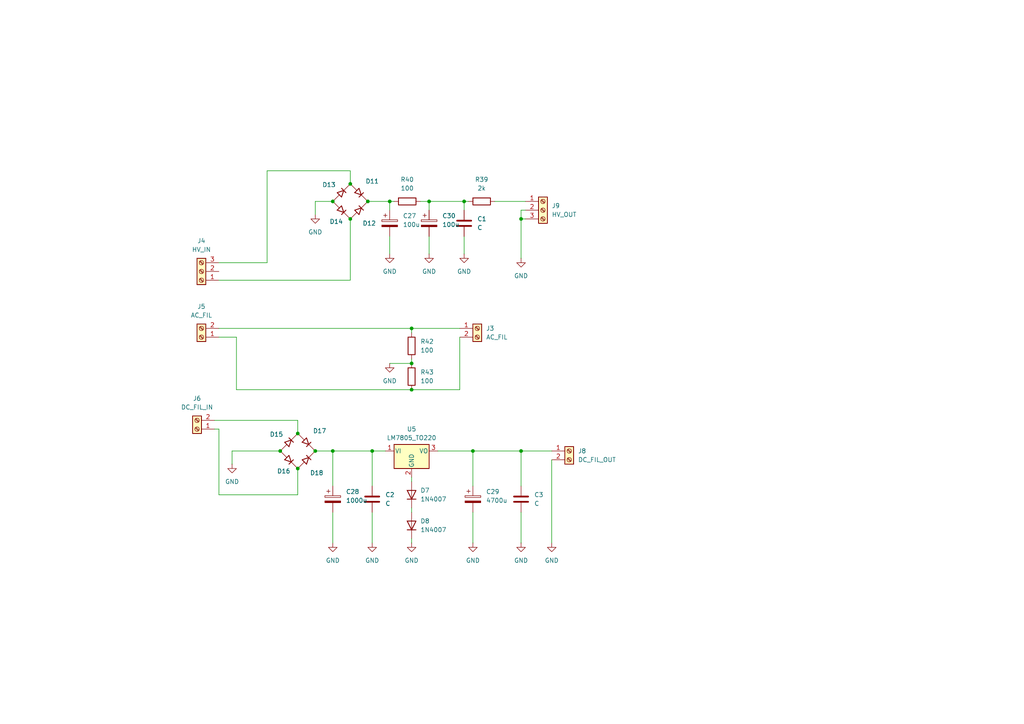
<source format=kicad_sch>
(kicad_sch (version 20250114) (generator "eeschema") (generator_version "9.0")
  (paper "A4")
  (lib_symbols
    (symbol "Connector:Screw_Terminal_01x02" (pin_names (offset 1.016) (hide yes))
      (property "Reference" "J" (at 0 2.54 0))
      (property "Value" "Screw_Terminal_01x02" (at 0 -5.08 0))
      (symbol "Screw_Terminal_01x02_1_1"
        (rectangle (start -1.27 1.27) (end 1.27 -3.81) (stroke (width 0.254)) (fill (type background)))
        (polyline (pts (xy -0.5334 0.3302) (xy 0.3302 -0.508)) (stroke (width 0.1524)))
        (polyline (pts (xy -0.5334 -2.2098) (xy 0.3302 -3.048)) (stroke (width 0.1524)))
        (polyline (pts (xy -0.3556 0.508) (xy 0.508 -0.3302)) (stroke (width 0.1524)))
        (polyline (pts (xy -0.3556 -2.032) (xy 0.508 -2.8702)) (stroke (width 0.1524)))
        (circle (center 0 0) (radius 0.635) (stroke (width 0.1524)))
        (circle (center 0 -2.54) (radius 0.635) (stroke (width 0.1524)))
        (pin passive line (at -5.08 0 0) (length 3.81) (name "Pin_1") (number "1"))
        (pin passive line (at -5.08 -2.54 0) (length 3.81) (name "Pin_2") (number "2"))
      )
    )
    (symbol "Connector:Screw_Terminal_01x03" (pin_names (offset 1.016) (hide yes))
      (property "Reference" "J" (at 0 5.08 0))
      (property "Value" "Screw_Terminal_01x03" (at 0 -5.08 0))
      (symbol "Screw_Terminal_01x03_1_1"
        (rectangle (start -1.27 3.81) (end 1.27 -3.81) (stroke (width 0.254)) (fill (type background)))
        (polyline (pts (xy -0.5334 2.8702) (xy 0.3302 2.032)) (stroke (width 0.1524)))
        (polyline (pts (xy -0.5334 0.3302) (xy 0.3302 -0.508)) (stroke (width 0.1524)))
        (polyline (pts (xy -0.5334 -2.2098) (xy 0.3302 -3.048)) (stroke (width 0.1524)))
        (polyline (pts (xy -0.3556 3.048) (xy 0.508 2.2098)) (stroke (width 0.1524)))
        (polyline (pts (xy -0.3556 0.508) (xy 0.508 -0.3302)) (stroke (width 0.1524)))
        (polyline (pts (xy -0.3556 -2.032) (xy 0.508 -2.8702)) (stroke (width 0.1524)))
        (circle (center 0 2.54) (radius 0.635) (stroke (width 0.1524)))
        (circle (center 0 0) (radius 0.635) (stroke (width 0.1524)))
        (circle (center 0 -2.54) (radius 0.635) (stroke (width 0.1524)))
        (pin passive line (at -5.08 2.54 0) (length 3.81) (name "Pin_1") (number "1"))
        (pin passive line (at -5.08 0 0) (length 3.81) (name "Pin_2") (number "2"))
        (pin passive line (at -5.08 -2.54 0) (length 3.81) (name "Pin_3") (number "3"))
      )
    )
    (symbol "Device:C" (pin_numbers (hide yes)) (pin_names (offset 0.254))
      (property "Reference" "C" (at 0.635 2.54 0))
      (property "Value" "C" (at 0.635 -2.54 0))
      (symbol "C_0_1"
        (polyline (pts (xy -2.032 0.762) (xy 2.032 0.762)) (stroke (width 0.508)))
        (polyline (pts (xy -2.032 -0.762) (xy 2.032 -0.762)) (stroke (width 0.508)))
      )
      (symbol "C_1_1"
        (pin passive line (at 0 3.81 270) (length 2.794) (name "~") (number "1"))
        (pin passive line (at 0 -3.81 90) (length 2.794) (name "~") (number "2"))
      )
    )
    (symbol "Device:C_Polarized" (pin_numbers (hide yes)) (pin_names (offset 0.254))
      (property "Reference" "C" (at 0.635 2.54 0))
      (property "Value" "C_Polarized" (at 0.635 -2.54 0))
      (symbol "C_Polarized_0_1"
        (rectangle (start -2.286 0.508) (end 2.286 1.016))
        (polyline (pts (xy -1.778 2.286) (xy -0.762 2.286)))
        (polyline (pts (xy -1.27 2.794) (xy -1.27 1.778)))
        (rectangle (start 2.286 -0.508) (end -2.286 -1.016) (fill (type outline)))
      )
      (symbol "C_Polarized_1_1"
        (pin passive line (at 0 3.81 270) (length 2.794) (name "~") (number "1"))
        (pin passive line (at 0 -3.81 90) (length 2.794) (name "~") (number "2"))
      )
    )
    (symbol "Device:D_45deg" (pin_numbers (hide yes)) (pin_names (offset 0) (hide yes))
      (property "Reference" "D" (at 1.27 2.54 0))
      (property "Value" "D_45deg" (at 1.27 0 0))
      (symbol "D_45deg_0_1"
        (polyline (pts (xy -1.27 0) (xy 0 1.27) (xy 0.635 -0.635) (xy -1.27 0)) (stroke (width 0.254)))
        (polyline (pts (xy -0.635 0.635) (xy -2.54 2.54)))
        (polyline (pts (xy 0 -1.27) (xy 1.27 0)) (stroke (width 0.254)))
        (polyline (pts (xy 2.54 -2.54) (xy 0.635 -0.635)))
      )
      (symbol "D_45deg_1_1"
        (pin passive line (at -2.54 2.54 0) (length 0) (name "A") (number "2"))
        (pin passive line (at 2.54 -2.54 180) (length 0) (name "K") (number "1"))
      )
    )
    (symbol "Device:R" (pin_numbers (hide yes)) (pin_names (offset 0))
      (property "Reference" "R" (at 2.032 0 90))
      (property "Value" "R" (at 0 0 90))
      (symbol "R_0_1"
        (rectangle (start -1.016 -2.54) (end 1.016 2.54) (stroke (width 0.254)))
      )
      (symbol "R_1_1"
        (pin passive line (at 0 3.81 270) (length 1.27) (name "~") (number "1"))
        (pin passive line (at 0 -3.81 90) (length 1.27) (name "~") (number "2"))
      )
    )
    (symbol "Diode:1N4007" (pin_numbers (hide yes)) (pin_names (hide yes))
      (property "Reference" "D" (at 0 2.54 0))
      (property "Value" "1N4007" (at 0 -2.54 0))
      (symbol "1N4007_0_1"
        (polyline (pts (xy -1.27 1.27) (xy -1.27 -1.27)) (stroke (width 0.254)))
        (polyline (pts (xy 1.27 1.27) (xy 1.27 -1.27) (xy -1.27 0) (xy 1.27 1.27)) (stroke (width 0.254)))
        (polyline (pts (xy 1.27 0) (xy -1.27 0)))
      )
      (symbol "1N4007_1_1"
        (pin passive line (at -3.81 0 0) (length 2.54) (name "K") (number "1"))
        (pin passive line (at 3.81 0 180) (length 2.54) (name "A") (number "2"))
      )
    )
    (symbol "Regulator_Linear:LM7805_TO220" (pin_names (offset 0.254))
      (property "Reference" "U" (at -3.81 3.175 0))
      (property "Value" "LM7805_TO220" (at 0 3.175 0))
      (symbol "LM7805_TO220_0_1"
        (rectangle (start -5.08 1.905) (end 5.08 -5.08) (stroke (width 0.254)) (fill (type background)))
      )
      (symbol "LM7805_TO220_1_1"
        (pin power_in line (at -7.62 0 0) (length 2.54) (name "VI") (number "1"))
        (pin power_in line (at 0 -7.62 90) (length 2.54) (name "GND") (number "2"))
        (pin power_out line (at 7.62 0 180) (length 2.54) (name "VO") (number "3"))
      )
    )
    (symbol "power:GND" (power) (pin_numbers (hide yes)) (pin_names (offset 0) (hide yes))
      (property "Value" "GND" (at 0 -3.81 0))
      (symbol "GND_0_1"
        (polyline (pts (xy 0 0) (xy 0 -1.27) (xy 1.27 -1.27) (xy 0 -2.54) (xy -1.27 -1.27) (xy 0 -1.27)))
      )
      (symbol "GND_1_1"
        (pin power_in line (at 0 0 270) (length 0) (name "~") (number "1"))
      )
    )
  )
  (junction (at 106.68 58.42))
  (junction (at 101.6 53.34))
  (junction (at 101.6 63.5))
  (junction (at 96.52 130.81))
  (junction (at 86.36 135.89))
  (junction (at 151.13 130.81))
  (junction (at 124.46 58.42))
  (junction (at 91.44 130.81))
  (junction (at 119.38 95.25))
  (junction (at 119.38 105.41))
  (junction (at 86.36 125.73))
  (junction (at 151.13 63.5))
  (junction (at 137.16 130.81))
  (junction (at 113.03 58.42))
  (junction (at 96.52 58.42))
  (junction (at 81.28 130.81))
  (junction (at 134.62 58.42))
  (junction (at 119.38 113.03))
  (junction (at 107.95 130.81))
  (wire (pts (xy 96.52 130.81) (xy 107.95 130.81)))
  (wire (pts (xy 134.62 58.42) (xy 135.89 58.42)))
  (wire (pts (xy 68.58 113.03) (xy 119.38 113.03)))
  (wire (pts (xy 143.51 58.42) (xy 152.4 58.42)))
  (wire (pts (xy 127 130.81) (xy 137.16 130.81)))
  (wire (pts (xy 121.92 58.42) (xy 124.46 58.42)))
  (wire (pts (xy 67.31 134.62) (xy 67.31 130.81)))
  (wire (pts (xy 113.03 58.42) (xy 113.03 60.96)))
  (wire (pts (xy 96.52 148.59) (xy 96.52 157.48)))
  (wire (pts (xy 119.38 156.21) (xy 119.38 157.48)))
  (wire (pts (xy 101.6 49.53) (xy 101.6 53.34)))
  (wire (pts (xy 107.95 130.81) (xy 111.76 130.81)))
  (wire (pts (xy 119.38 138.43) (xy 119.38 139.7)))
  (wire (pts (xy 63.5 81.28) (xy 101.6 81.28)))
  (wire (pts (xy 160.02 130.81) (xy 151.13 130.81)))
  (wire (pts (xy 134.62 68.58) (xy 134.62 73.66)))
  (wire (pts (xy 119.38 95.25) (xy 133.35 95.25)))
  (wire (pts (xy 151.13 130.81) (xy 151.13 140.97)))
  (wire (pts (xy 106.68 58.42) (xy 113.03 58.42)))
  (wire (pts (xy 62.23 121.92) (xy 86.36 121.92)))
  (wire (pts (xy 133.35 97.79) (xy 133.35 113.03)))
  (wire (pts (xy 96.52 58.42) (xy 91.44 58.42)))
  (wire (pts (xy 124.46 68.58) (xy 124.46 73.66)))
  (wire (pts (xy 134.62 58.42) (xy 134.62 60.96)))
  (wire (pts (xy 77.47 76.2) (xy 77.47 49.53)))
  (wire (pts (xy 119.38 113.03) (xy 133.35 113.03)))
  (wire (pts (xy 107.95 148.59) (xy 107.95 157.48)))
  (wire (pts (xy 119.38 147.32) (xy 119.38 148.59)))
  (wire (pts (xy 86.36 143.51) (xy 86.36 135.89)))
  (wire (pts (xy 63.5 76.2) (xy 77.47 76.2)))
  (wire (pts (xy 124.46 58.42) (xy 134.62 58.42)))
  (wire (pts (xy 137.16 130.81) (xy 137.16 140.97)))
  (wire (pts (xy 151.13 63.5) (xy 151.13 74.93)))
  (wire (pts (xy 77.47 49.53) (xy 101.6 49.53)))
  (wire (pts (xy 96.52 140.97) (xy 96.52 130.81)))
  (wire (pts (xy 91.44 58.42) (xy 91.44 62.23)))
  (wire (pts (xy 107.95 130.81) (xy 107.95 140.97)))
  (wire (pts (xy 101.6 63.5) (xy 101.6 81.28)))
  (wire (pts (xy 96.52 130.81) (xy 91.44 130.81)))
  (wire (pts (xy 113.03 68.58) (xy 113.03 73.66)))
  (wire (pts (xy 119.38 104.14) (xy 119.38 105.41)))
  (wire (pts (xy 67.31 130.81) (xy 81.28 130.81)))
  (wire (pts (xy 63.5 124.46) (xy 62.23 124.46)))
  (wire (pts (xy 86.36 121.92) (xy 86.36 125.73)))
  (wire (pts (xy 68.58 97.79) (xy 68.58 113.03)))
  (wire (pts (xy 137.16 148.59) (xy 137.16 157.48)))
  (wire (pts (xy 152.4 60.96) (xy 151.13 60.96)))
  (wire (pts (xy 124.46 58.42) (xy 124.46 60.96)))
  (wire (pts (xy 63.5 95.25) (xy 119.38 95.25)))
  (wire (pts (xy 152.4 63.5) (xy 151.13 63.5)))
  (wire (pts (xy 119.38 95.25) (xy 119.38 96.52)))
  (wire (pts (xy 151.13 148.59) (xy 151.13 157.48)))
  (wire (pts (xy 151.13 130.81) (xy 137.16 130.81)))
  (wire (pts (xy 63.5 143.51) (xy 86.36 143.51)))
  (wire (pts (xy 151.13 60.96) (xy 151.13 63.5)))
  (wire (pts (xy 63.5 97.79) (xy 68.58 97.79)))
  (wire (pts (xy 63.5 143.51) (xy 63.5 124.46)))
  (wire (pts (xy 113.03 105.41) (xy 119.38 105.41)))
  (wire (pts (xy 160.02 133.35) (xy 160.02 157.48)))
  (wire (pts (xy 113.03 58.42) (xy 114.3 58.42)))
  (symbol (lib_id "Diode:1N4007") (at 119.38 152.4 90) (unit 1)
    (property "Reference" "D8" (at 121.92 151.1299 90) (effects (justify right)))
    (property "Value" "1N4007" (at 121.92 153.6699 90) (effects (justify right)))
    (property "Footprint" "Diode_THT:D_DO-41_SOD81_P10.16mm_Horizontal" (effects (hide yes)))
    (property "Datasheet" "http://www.vishay.com/docs/88503/1n4001.pdf" (effects (hide yes)))
    (property "Description" "1000V 1A General Purpose Rectifier Diode, DO-41" (effects (hide yes)))
    (property "Sim.Device" "D" (effects (hide yes)))
    (property "Sim.Pins" "1=K 2=A" (effects (hide yes)))
  )
  (symbol (lib_id "Device:D_45deg") (at 88.9 128.27 0) (unit 1)
    (property "Reference" "D17" (at 92.71 124.968 0))
    (property "Value" "D_45deg" (effects (hide yes)))
    (property "Footprint" "Diode_THT:D_DO-41_SOD81_P10.16mm_Horizontal" (effects (hide yes)))
    (property "Description" "Diode, rotated by 45°" (effects (hide yes)))
    (property "Sim.Device" "D" (effects (hide yes)))
    (property "Sim.Pins" "1=K 2=A" (effects (hide yes)))
  )
  (symbol (lib_id "Device:D_45deg") (at 104.14 60.96 90) (unit 1)
    (property "Reference" "D12" (at 105.156 64.77 90) (effects (justify right)))
    (property "Value" "D_45deg" (effects (hide yes)))
    (property "Footprint" "Diode_THT:D_DO-41_SOD81_P10.16mm_Horizontal" (effects (hide yes)))
    (property "Description" "Diode, rotated by 45°" (effects (hide yes)))
    (property "Sim.Device" "D" (effects (hide yes)))
    (property "Sim.Pins" "1=K 2=A" (effects (hide yes)))
  )
  (symbol (lib_id "Device:R") (at 119.38 109.22 180) (unit 1)
    (property "Reference" "R43" (at 121.92 107.9499 0) (effects (justify right)))
    (property "Value" "100" (at 121.92 110.4899 0) (effects (justify right)))
    (property "Footprint" "Resistor_THT:R_Axial_DIN0309_L9.0mm_D3.2mm_P12.70mm_Horizontal" (effects (hide yes)))
    (property "Description" "Resistor" (effects (hide yes)))
  )
  (symbol (lib_id "Device:D_45deg") (at 83.82 133.35 0) (unit 1)
    (property "Reference" "D16" (at 82.296 136.652 0))
    (property "Value" "D_45deg" (effects (hide yes)))
    (property "Footprint" "Diode_THT:D_DO-41_SOD81_P10.16mm_Horizontal" (effects (hide yes)))
    (property "Description" "Diode, rotated by 45°" (effects (hide yes)))
    (property "Sim.Device" "D" (effects (hide yes)))
    (property "Sim.Pins" "1=K 2=A" (effects (hide yes)))
  )
  (symbol (lib_id "power:GND") (at 124.46 73.66 0) (unit 1)
    (property "Reference" "#PWR037" (effects (hide yes)))
    (property "Value" "GND" (at 124.46 78.74 0))
    (property "Description" "Power symbol creates a global label with name \"GND\" , ground" (effects (hide yes)))
  )
  (symbol (lib_id "Device:R") (at 118.11 58.42 90) (unit 1)
    (property "Reference" "R40" (at 118.11 52.07 90))
    (property "Value" "100" (at 118.11 54.61 90))
    (property "Footprint" "Resistor_THT:R_Axial_DIN0614_L14.3mm_D5.7mm_P20.32mm_Horizontal" (effects (hide yes)))
    (property "Description" "Resistor" (effects (hide yes)))
  )
  (symbol (lib_id "Device:D_45deg") (at 83.82 128.27 90) (unit 1)
    (property "Reference" "D15" (at 78.232 125.984 90) (effects (justify right)))
    (property "Value" "D_45deg" (effects (hide yes)))
    (property "Footprint" "Diode_THT:D_DO-41_SOD81_P10.16mm_Horizontal" (effects (hide yes)))
    (property "Description" "Diode, rotated by 45°" (effects (hide yes)))
    (property "Sim.Device" "D" (effects (hide yes)))
    (property "Sim.Pins" "1=K 2=A" (effects (hide yes)))
  )
  (symbol (lib_id "Device:C") (at 151.13 144.78 0) (unit 1)
    (property "Reference" "C3" (at 154.94 143.5099 0) (effects (justify left)))
    (property "Value" "C" (at 154.94 146.0499 0) (effects (justify left)))
    (property "Footprint" "Capacitor_THT:C_Rect_L13.5mm_W4.0mm_P10.00mm_FKS3_FKP3_MKS4" (effects (hide yes)))
    (property "Description" "Unpolarized capacitor" (effects (hide yes)))
  )
  (symbol (lib_id "Device:C_Polarized") (at 113.03 64.77 0) (unit 1)
    (property "Reference" "C27" (at 116.84 62.6109 0) (effects (justify left)))
    (property "Value" "100u" (at 116.84 65.1509 0) (effects (justify left)))
    (property "Footprint" "Capacitor_THT:CP_Radial_D18.0mm_P7.50mm" (effects (hide yes)))
    (property "Description" "Polarized capacitor" (effects (hide yes)))
  )
  (symbol (lib_id "Device:D_45deg") (at 88.9 133.35 90) (unit 1)
    (property "Reference" "D18" (at 89.916 137.16 90) (effects (justify right)))
    (property "Value" "D_45deg" (effects (hide yes)))
    (property "Footprint" "Diode_THT:D_DO-41_SOD81_P10.16mm_Horizontal" (effects (hide yes)))
    (property "Description" "Diode, rotated by 45°" (effects (hide yes)))
    (property "Sim.Device" "D" (effects (hide yes)))
    (property "Sim.Pins" "1=K 2=A" (effects (hide yes)))
  )
  (symbol (lib_id "power:GND") (at 137.16 157.48 0) (unit 1)
    (property "Reference" "#PWR049" (effects (hide yes)))
    (property "Value" "GND" (at 137.16 162.56 0))
    (property "Description" "Power symbol creates a global label with name \"GND\" , ground" (effects (hide yes)))
  )
  (symbol (lib_id "power:GND") (at 113.03 73.66 0) (unit 1)
    (property "Reference" "#PWR035" (effects (hide yes)))
    (property "Value" "GND" (at 113.03 78.74 0))
    (property "Description" "Power symbol creates a global label with name \"GND\" , ground" (effects (hide yes)))
  )
  (symbol (lib_id "Connector:Screw_Terminal_01x02") (at 138.43 95.25 0) (unit 1)
    (property "Reference" "J3" (at 140.97 95.2499 0) (effects (justify left)))
    (property "Value" "AC_FIL" (at 140.97 97.7899 0) (effects (justify left)))
    (property "Footprint" "TerminalBlock:TerminalBlock_bornier-2_P5.08mm" (effects (hide yes)))
    (property "Description" "Generic screw terminal, single row, 01x02, script generated (kicad-library-utils/schlib/autogen/connector/)" (effects (hide yes)))
  )
  (symbol (lib_id "power:GND") (at 96.52 157.48 0) (unit 1)
    (property "Reference" "#PWR041" (effects (hide yes)))
    (property "Value" "GND" (at 96.52 162.56 0))
    (property "Description" "Power symbol creates a global label with name \"GND\" , ground" (effects (hide yes)))
  )
  (symbol (lib_id "Device:R") (at 119.38 100.33 180) (unit 1)
    (property "Reference" "R42" (at 121.92 99.0599 0) (effects (justify right)))
    (property "Value" "100" (at 121.92 101.5999 0) (effects (justify right)))
    (property "Footprint" "Resistor_THT:R_Axial_DIN0309_L9.0mm_D3.2mm_P12.70mm_Horizontal" (effects (hide yes)))
    (property "Description" "Resistor" (effects (hide yes)))
  )
  (symbol (lib_id "Device:C_Polarized") (at 124.46 64.77 0) (unit 1)
    (property "Reference" "C30" (at 128.27 62.6109 0) (effects (justify left)))
    (property "Value" "100u" (at 128.27 65.1509 0) (effects (justify left)))
    (property "Footprint" "Capacitor_THT:CP_Radial_D18.0mm_P7.50mm" (effects (hide yes)))
    (property "Description" "Polarized capacitor" (effects (hide yes)))
  )
  (symbol (lib_id "Connector:Screw_Terminal_01x02") (at 165.1 130.81 0) (unit 1)
    (property "Reference" "J8" (at 167.64 130.8099 0) (effects (justify left)))
    (property "Value" "DC_FIL_OUT" (at 167.64 133.3499 0) (effects (justify left)))
    (property "Footprint" "TerminalBlock:TerminalBlock_bornier-2_P5.08mm" (effects (hide yes)))
    (property "Description" "Generic screw terminal, single row, 01x02, script generated (kicad-library-utils/schlib/autogen/connector/)" (effects (hide yes)))
  )
  (symbol (lib_id "Device:C") (at 107.95 144.78 0) (unit 1)
    (property "Reference" "C2" (at 111.76 143.5099 0) (effects (justify left)))
    (property "Value" "C" (at 111.76 146.0499 0) (effects (justify left)))
    (property "Footprint" "Capacitor_THT:C_Rect_L13.5mm_W4.0mm_P10.00mm_FKS3_FKP3_MKS4" (effects (hide yes)))
    (property "Description" "Unpolarized capacitor" (effects (hide yes)))
  )
  (symbol (lib_id "Device:D_45deg") (at 104.14 55.88 0) (unit 1)
    (property "Reference" "D11" (at 107.95 52.578 0))
    (property "Value" "D_45deg" (effects (hide yes)))
    (property "Footprint" "Diode_THT:D_DO-41_SOD81_P10.16mm_Horizontal" (effects (hide yes)))
    (property "Description" "Diode, rotated by 45°" (effects (hide yes)))
    (property "Sim.Device" "D" (effects (hide yes)))
    (property "Sim.Pins" "1=K 2=A" (effects (hide yes)))
  )
  (symbol (lib_id "power:GND") (at 160.02 157.48 0) (unit 1)
    (property "Reference" "#PWR050" (effects (hide yes)))
    (property "Value" "GND" (at 160.02 162.56 0))
    (property "Description" "Power symbol creates a global label with name \"GND\" , ground" (effects (hide yes)))
  )
  (symbol (lib_id "power:GND") (at 151.13 157.48 0) (unit 1)
    (property "Reference" "#PWR040" (effects (hide yes)))
    (property "Value" "GND" (at 151.13 162.56 0))
    (property "Description" "Power symbol creates a global label with name \"GND\" , ground" (effects (hide yes)))
  )
  (symbol (lib_id "power:GND") (at 113.03 105.41 0) (unit 1)
    (property "Reference" "#PWR042" (effects (hide yes)))
    (property "Value" "GND" (at 113.03 110.49 0))
    (property "Description" "Power symbol creates a global label with name \"GND\" , ground" (effects (hide yes)))
  )
  (symbol (lib_id "power:GND") (at 119.38 157.48 0) (unit 1)
    (property "Reference" "#PWR048" (effects (hide yes)))
    (property "Value" "GND" (at 119.38 162.56 0))
    (property "Description" "Power symbol creates a global label with name \"GND\" , ground" (effects (hide yes)))
  )
  (symbol (lib_id "Connector:Screw_Terminal_01x03") (at 157.48 60.96 0) (unit 1)
    (property "Reference" "J9" (at 160.02 59.6899 0) (effects (justify left)))
    (property "Value" "HV_OUT" (at 160.02 62.2299 0) (effects (justify left)))
    (property "Footprint" "TerminalBlock:TerminalBlock_bornier-3_P5.08mm" (effects (hide yes)))
    (property "Description" "Generic screw terminal, single row, 01x03, script generated (kicad-library-utils/schlib/autogen/connector/)" (effects (hide yes)))
  )
  (symbol (lib_id "Device:D_45deg") (at 99.06 55.88 90) (unit 1)
    (property "Reference" "D13" (at 93.472 53.594 90) (effects (justify right)))
    (property "Value" "D_45deg" (effects (hide yes)))
    (property "Footprint" "Diode_THT:D_DO-41_SOD81_P10.16mm_Horizontal" (effects (hide yes)))
    (property "Description" "Diode, rotated by 45°" (effects (hide yes)))
    (property "Sim.Device" "D" (effects (hide yes)))
    (property "Sim.Pins" "1=K 2=A" (effects (hide yes)))
  )
  (symbol (lib_id "Connector:Screw_Terminal_01x02") (at 58.42 97.79 180) (unit 1)
    (property "Reference" "J5" (at 58.42 88.9 0))
    (property "Value" "AC_FIL" (at 58.42 91.44 0))
    (property "Footprint" "TerminalBlock:TerminalBlock_bornier-2_P5.08mm" (effects (hide yes)))
    (property "Description" "Generic screw terminal, single row, 01x02, script generated (kicad-library-utils/schlib/autogen/connector/)" (effects (hide yes)))
  )
  (symbol (lib_id "power:GND") (at 151.13 74.93 0) (unit 1)
    (property "Reference" "#PWR036" (effects (hide yes)))
    (property "Value" "GND" (at 151.13 80.01 0))
    (property "Description" "Power symbol creates a global label with name \"GND\" , ground" (effects (hide yes)))
  )
  (symbol (lib_id "power:GND") (at 134.62 73.66 0) (unit 1)
    (property "Reference" "#PWR039" (effects (hide yes)))
    (property "Value" "GND" (at 134.62 78.74 0))
    (property "Description" "Power symbol creates a global label with name \"GND\" , ground" (effects (hide yes)))
  )
  (symbol (lib_id "power:GND") (at 91.44 62.23 0) (unit 1)
    (property "Reference" "#PWR038" (effects (hide yes)))
    (property "Value" "GND" (at 91.44 67.31 0))
    (property "Description" "Power symbol creates a global label with name \"GND\" , ground" (effects (hide yes)))
  )
  (symbol (lib_id "Device:C_Polarized") (at 137.16 144.78 0) (unit 1)
    (property "Reference" "C29" (at 140.97 142.6209 0) (effects (justify left)))
    (property "Value" "4700u" (at 140.97 145.1609 0) (effects (justify left)))
    (property "Footprint" "Capacitor_THT:CP_Radial_D12.5mm_P5.00mm" (effects (hide yes)))
    (property "Description" "Polarized capacitor" (effects (hide yes)))
  )
  (symbol (lib_id "Device:C") (at 134.62 64.77 0) (unit 1)
    (property "Reference" "C1" (at 138.43 63.4999 0) (effects (justify left)))
    (property "Value" "C" (at 138.43 66.0399 0) (effects (justify left)))
    (property "Footprint" "Capacitor_THT:C_Rect_L13.5mm_W4.0mm_P10.00mm_FKS3_FKP3_MKS4" (effects (hide yes)))
    (property "Description" "Unpolarized capacitor" (effects (hide yes)))
  )
  (symbol (lib_id "Diode:1N4007") (at 119.38 143.51 90) (unit 1)
    (property "Reference" "D7" (at 121.92 142.2399 90) (effects (justify right)))
    (property "Value" "1N4007" (at 121.92 144.7799 90) (effects (justify right)))
    (property "Footprint" "Diode_THT:D_DO-41_SOD81_P10.16mm_Horizontal" (effects (hide yes)))
    (property "Datasheet" "http://www.vishay.com/docs/88503/1n4001.pdf" (effects (hide yes)))
    (property "Description" "1000V 1A General Purpose Rectifier Diode, DO-41" (effects (hide yes)))
    (property "Sim.Device" "D" (effects (hide yes)))
    (property "Sim.Pins" "1=K 2=A" (effects (hide yes)))
  )
  (symbol (lib_id "Device:D_45deg") (at 99.06 60.96 0) (unit 1)
    (property "Reference" "D14" (at 97.536 64.262 0))
    (property "Value" "D_45deg" (effects (hide yes)))
    (property "Footprint" "Diode_THT:D_DO-41_SOD81_P10.16mm_Horizontal" (effects (hide yes)))
    (property "Description" "Diode, rotated by 45°" (effects (hide yes)))
    (property "Sim.Device" "D" (effects (hide yes)))
    (property "Sim.Pins" "1=K 2=A" (effects (hide yes)))
  )
  (symbol (lib_id "Device:R") (at 139.7 58.42 90) (unit 1)
    (property "Reference" "R39" (at 139.7 52.07 90))
    (property "Value" "2k" (at 139.7 54.61 90))
    (property "Footprint" "Resistor_THT:R_Axial_DIN0614_L14.3mm_D5.7mm_P20.32mm_Horizontal" (effects (hide yes)))
    (property "Description" "Resistor" (effects (hide yes)))
  )
  (symbol (lib_id "Connector:Screw_Terminal_01x03") (at 58.42 78.74 180) (unit 1)
    (property "Reference" "J4" (at 58.42 69.85 0))
    (property "Value" "HV_IN" (at 58.42 72.39 0))
    (property "Footprint" "TerminalBlock:TerminalBlock_bornier-3_P5.08mm" (effects (hide yes)))
    (property "Description" "Generic screw terminal, single row, 01x03, script generated (kicad-library-utils/schlib/autogen/connector/)" (effects (hide yes)))
  )
  (symbol (lib_id "Connector:Screw_Terminal_01x02") (at 57.15 124.46 180) (unit 1)
    (property "Reference" "J6" (at 57.15 115.57 0))
    (property "Value" "DC_FIL_IN" (at 57.15 118.11 0))
    (property "Footprint" "TerminalBlock:TerminalBlock_bornier-2_P5.08mm" (effects (hide yes)))
    (property "Description" "Generic screw terminal, single row, 01x02, script generated (kicad-library-utils/schlib/autogen/connector/)" (effects (hide yes)))
  )
  (symbol (lib_id "power:GND") (at 67.31 134.62 0) (unit 1)
    (property "Reference" "#PWR047" (effects (hide yes)))
    (property "Value" "GND" (at 67.31 139.7 0))
    (property "Description" "Power symbol creates a global label with name \"GND\" , ground" (effects (hide yes)))
  )
  (symbol (lib_id "power:GND") (at 107.95 157.48 0) (unit 1)
    (property "Reference" "#PWR043" (effects (hide yes)))
    (property "Value" "GND" (at 107.95 162.56 0))
    (property "Description" "Power symbol creates a global label with name \"GND\" , ground" (effects (hide yes)))
  )
  (symbol (lib_id "Regulator_Linear:LM7805_TO220") (at 119.38 130.81 0) (unit 1)
    (property "Reference" "U5" (at 119.38 124.46 0))
    (property "Value" "LM7805_TO220" (at 119.38 127 0))
    (property "Footprint" "Package_TO_SOT_THT:TO-220-3_Vertical" (effects (hide yes)))
    (property "Datasheet" "https://www.onsemi.cn/PowerSolutions/document/MC7800-D.PDF" (effects (hide yes)))
    (property "Description" "Positive 1A 35V Linear Regulator, Fixed Output 5V, TO-220" (effects (hide yes)))
  )
  (symbol (lib_id "Device:C_Polarized") (at 96.52 144.78 0) (unit 1)
    (property "Reference" "C28" (at 100.33 142.6209 0) (effects (justify left)))
    (property "Value" "1000u" (at 100.33 145.1609 0) (effects (justify left)))
    (property "Footprint" "Capacitor_THT:CP_Radial_D12.5mm_P5.00mm" (effects (hide yes)))
    (property "Description" "Polarized capacitor" (effects (hide yes)))
  )
)
</source>
